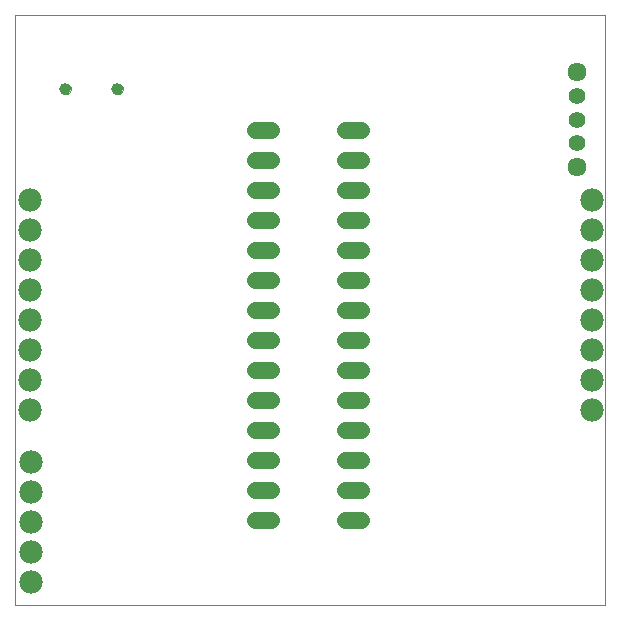
<source format=gbs>
G04 EAGLE Gerber X2 export*
%TF.Part,Single*%
%TF.FileFunction,Other,Solder Mask bottom*%
%TF.FilePolarity,Positive*%
%TF.GenerationSoftware,Autodesk,EAGLE,8.7.1*%
%TF.CreationDate,2018-04-15T23:08:27Z*%
G75*
%MOMM*%
%FSLAX34Y34*%
%LPD*%
%AMOC8*
5,1,8,0,0,1.08239X$1,22.5*%
G01*
%ADD10C,0.000000*%
%ADD11C,1.981200*%
%ADD12C,1.001600*%
%ADD13C,1.422400*%
%ADD14C,1.609600*%
%ADD15C,1.409600*%


D10*
X0Y0D02*
X500000Y0D01*
X500000Y500000D01*
X0Y500000D01*
X0Y0D01*
D11*
X12700Y342900D03*
X12700Y317500D03*
X12700Y292100D03*
X12700Y266700D03*
X12700Y241300D03*
X12700Y215900D03*
X12700Y190500D03*
X12700Y165100D03*
X488950Y165100D03*
X488950Y190500D03*
X488950Y215900D03*
X488950Y241300D03*
X488950Y266700D03*
X488950Y292100D03*
X488950Y317500D03*
X488950Y342900D03*
D10*
X82400Y437090D02*
X82402Y437224D01*
X82408Y437358D01*
X82418Y437491D01*
X82432Y437625D01*
X82450Y437758D01*
X82472Y437890D01*
X82497Y438021D01*
X82527Y438152D01*
X82561Y438282D01*
X82598Y438410D01*
X82639Y438538D01*
X82684Y438664D01*
X82733Y438789D01*
X82785Y438912D01*
X82841Y439034D01*
X82901Y439154D01*
X82964Y439272D01*
X83031Y439388D01*
X83101Y439502D01*
X83175Y439614D01*
X83252Y439724D01*
X83332Y439832D01*
X83415Y439937D01*
X83501Y440039D01*
X83590Y440139D01*
X83683Y440236D01*
X83778Y440331D01*
X83876Y440422D01*
X83976Y440511D01*
X84079Y440596D01*
X84185Y440679D01*
X84293Y440758D01*
X84403Y440834D01*
X84516Y440907D01*
X84631Y440976D01*
X84747Y441042D01*
X84866Y441104D01*
X84986Y441163D01*
X85109Y441218D01*
X85232Y441270D01*
X85357Y441317D01*
X85484Y441361D01*
X85612Y441402D01*
X85741Y441438D01*
X85871Y441471D01*
X86002Y441499D01*
X86133Y441524D01*
X86266Y441545D01*
X86399Y441562D01*
X86532Y441575D01*
X86666Y441584D01*
X86800Y441589D01*
X86934Y441590D01*
X87067Y441587D01*
X87201Y441580D01*
X87335Y441569D01*
X87468Y441554D01*
X87601Y441535D01*
X87733Y441512D01*
X87864Y441486D01*
X87994Y441455D01*
X88124Y441420D01*
X88252Y441382D01*
X88379Y441340D01*
X88505Y441294D01*
X88630Y441244D01*
X88753Y441191D01*
X88874Y441134D01*
X88994Y441073D01*
X89111Y441009D01*
X89227Y440942D01*
X89341Y440871D01*
X89452Y440796D01*
X89561Y440719D01*
X89668Y440638D01*
X89773Y440554D01*
X89874Y440467D01*
X89974Y440377D01*
X90070Y440284D01*
X90164Y440188D01*
X90255Y440089D01*
X90342Y439988D01*
X90427Y439884D01*
X90509Y439778D01*
X90587Y439670D01*
X90662Y439559D01*
X90734Y439446D01*
X90803Y439330D01*
X90868Y439213D01*
X90929Y439094D01*
X90987Y438973D01*
X91041Y438851D01*
X91092Y438727D01*
X91139Y438601D01*
X91182Y438474D01*
X91221Y438346D01*
X91257Y438217D01*
X91288Y438087D01*
X91316Y437956D01*
X91340Y437824D01*
X91360Y437691D01*
X91376Y437558D01*
X91388Y437425D01*
X91396Y437291D01*
X91400Y437157D01*
X91400Y437023D01*
X91396Y436889D01*
X91388Y436755D01*
X91376Y436622D01*
X91360Y436489D01*
X91340Y436356D01*
X91316Y436224D01*
X91288Y436093D01*
X91257Y435963D01*
X91221Y435834D01*
X91182Y435706D01*
X91139Y435579D01*
X91092Y435453D01*
X91041Y435329D01*
X90987Y435207D01*
X90929Y435086D01*
X90868Y434967D01*
X90803Y434850D01*
X90734Y434734D01*
X90662Y434621D01*
X90587Y434510D01*
X90509Y434402D01*
X90427Y434296D01*
X90342Y434192D01*
X90255Y434091D01*
X90164Y433992D01*
X90070Y433896D01*
X89974Y433803D01*
X89874Y433713D01*
X89773Y433626D01*
X89668Y433542D01*
X89561Y433461D01*
X89452Y433384D01*
X89341Y433309D01*
X89227Y433238D01*
X89111Y433171D01*
X88994Y433107D01*
X88874Y433046D01*
X88753Y432989D01*
X88630Y432936D01*
X88505Y432886D01*
X88379Y432840D01*
X88252Y432798D01*
X88124Y432760D01*
X87994Y432725D01*
X87864Y432694D01*
X87733Y432668D01*
X87601Y432645D01*
X87468Y432626D01*
X87335Y432611D01*
X87201Y432600D01*
X87067Y432593D01*
X86934Y432590D01*
X86800Y432591D01*
X86666Y432596D01*
X86532Y432605D01*
X86399Y432618D01*
X86266Y432635D01*
X86133Y432656D01*
X86002Y432681D01*
X85871Y432709D01*
X85741Y432742D01*
X85612Y432778D01*
X85484Y432819D01*
X85357Y432863D01*
X85232Y432910D01*
X85109Y432962D01*
X84986Y433017D01*
X84866Y433076D01*
X84747Y433138D01*
X84631Y433204D01*
X84516Y433273D01*
X84403Y433346D01*
X84293Y433422D01*
X84185Y433501D01*
X84079Y433584D01*
X83976Y433669D01*
X83876Y433758D01*
X83778Y433849D01*
X83683Y433944D01*
X83590Y434041D01*
X83501Y434141D01*
X83415Y434243D01*
X83332Y434348D01*
X83252Y434456D01*
X83175Y434566D01*
X83101Y434678D01*
X83031Y434792D01*
X82964Y434908D01*
X82901Y435026D01*
X82841Y435146D01*
X82785Y435268D01*
X82733Y435391D01*
X82684Y435516D01*
X82639Y435642D01*
X82598Y435770D01*
X82561Y435898D01*
X82527Y436028D01*
X82497Y436159D01*
X82472Y436290D01*
X82450Y436422D01*
X82432Y436555D01*
X82418Y436689D01*
X82408Y436822D01*
X82402Y436956D01*
X82400Y437090D01*
D12*
X86900Y437090D03*
D10*
X38400Y437090D02*
X38402Y437224D01*
X38408Y437358D01*
X38418Y437491D01*
X38432Y437625D01*
X38450Y437758D01*
X38472Y437890D01*
X38497Y438021D01*
X38527Y438152D01*
X38561Y438282D01*
X38598Y438410D01*
X38639Y438538D01*
X38684Y438664D01*
X38733Y438789D01*
X38785Y438912D01*
X38841Y439034D01*
X38901Y439154D01*
X38964Y439272D01*
X39031Y439388D01*
X39101Y439502D01*
X39175Y439614D01*
X39252Y439724D01*
X39332Y439832D01*
X39415Y439937D01*
X39501Y440039D01*
X39590Y440139D01*
X39683Y440236D01*
X39778Y440331D01*
X39876Y440422D01*
X39976Y440511D01*
X40079Y440596D01*
X40185Y440679D01*
X40293Y440758D01*
X40403Y440834D01*
X40516Y440907D01*
X40631Y440976D01*
X40747Y441042D01*
X40866Y441104D01*
X40986Y441163D01*
X41109Y441218D01*
X41232Y441270D01*
X41357Y441317D01*
X41484Y441361D01*
X41612Y441402D01*
X41741Y441438D01*
X41871Y441471D01*
X42002Y441499D01*
X42133Y441524D01*
X42266Y441545D01*
X42399Y441562D01*
X42532Y441575D01*
X42666Y441584D01*
X42800Y441589D01*
X42934Y441590D01*
X43067Y441587D01*
X43201Y441580D01*
X43335Y441569D01*
X43468Y441554D01*
X43601Y441535D01*
X43733Y441512D01*
X43864Y441486D01*
X43994Y441455D01*
X44124Y441420D01*
X44252Y441382D01*
X44379Y441340D01*
X44505Y441294D01*
X44630Y441244D01*
X44753Y441191D01*
X44874Y441134D01*
X44994Y441073D01*
X45111Y441009D01*
X45227Y440942D01*
X45341Y440871D01*
X45452Y440796D01*
X45561Y440719D01*
X45668Y440638D01*
X45773Y440554D01*
X45874Y440467D01*
X45974Y440377D01*
X46070Y440284D01*
X46164Y440188D01*
X46255Y440089D01*
X46342Y439988D01*
X46427Y439884D01*
X46509Y439778D01*
X46587Y439670D01*
X46662Y439559D01*
X46734Y439446D01*
X46803Y439330D01*
X46868Y439213D01*
X46929Y439094D01*
X46987Y438973D01*
X47041Y438851D01*
X47092Y438727D01*
X47139Y438601D01*
X47182Y438474D01*
X47221Y438346D01*
X47257Y438217D01*
X47288Y438087D01*
X47316Y437956D01*
X47340Y437824D01*
X47360Y437691D01*
X47376Y437558D01*
X47388Y437425D01*
X47396Y437291D01*
X47400Y437157D01*
X47400Y437023D01*
X47396Y436889D01*
X47388Y436755D01*
X47376Y436622D01*
X47360Y436489D01*
X47340Y436356D01*
X47316Y436224D01*
X47288Y436093D01*
X47257Y435963D01*
X47221Y435834D01*
X47182Y435706D01*
X47139Y435579D01*
X47092Y435453D01*
X47041Y435329D01*
X46987Y435207D01*
X46929Y435086D01*
X46868Y434967D01*
X46803Y434850D01*
X46734Y434734D01*
X46662Y434621D01*
X46587Y434510D01*
X46509Y434402D01*
X46427Y434296D01*
X46342Y434192D01*
X46255Y434091D01*
X46164Y433992D01*
X46070Y433896D01*
X45974Y433803D01*
X45874Y433713D01*
X45773Y433626D01*
X45668Y433542D01*
X45561Y433461D01*
X45452Y433384D01*
X45341Y433309D01*
X45227Y433238D01*
X45111Y433171D01*
X44994Y433107D01*
X44874Y433046D01*
X44753Y432989D01*
X44630Y432936D01*
X44505Y432886D01*
X44379Y432840D01*
X44252Y432798D01*
X44124Y432760D01*
X43994Y432725D01*
X43864Y432694D01*
X43733Y432668D01*
X43601Y432645D01*
X43468Y432626D01*
X43335Y432611D01*
X43201Y432600D01*
X43067Y432593D01*
X42934Y432590D01*
X42800Y432591D01*
X42666Y432596D01*
X42532Y432605D01*
X42399Y432618D01*
X42266Y432635D01*
X42133Y432656D01*
X42002Y432681D01*
X41871Y432709D01*
X41741Y432742D01*
X41612Y432778D01*
X41484Y432819D01*
X41357Y432863D01*
X41232Y432910D01*
X41109Y432962D01*
X40986Y433017D01*
X40866Y433076D01*
X40747Y433138D01*
X40631Y433204D01*
X40516Y433273D01*
X40403Y433346D01*
X40293Y433422D01*
X40185Y433501D01*
X40079Y433584D01*
X39976Y433669D01*
X39876Y433758D01*
X39778Y433849D01*
X39683Y433944D01*
X39590Y434041D01*
X39501Y434141D01*
X39415Y434243D01*
X39332Y434348D01*
X39252Y434456D01*
X39175Y434566D01*
X39101Y434678D01*
X39031Y434792D01*
X38964Y434908D01*
X38901Y435026D01*
X38841Y435146D01*
X38785Y435268D01*
X38733Y435391D01*
X38684Y435516D01*
X38639Y435642D01*
X38598Y435770D01*
X38561Y435898D01*
X38527Y436028D01*
X38497Y436159D01*
X38472Y436290D01*
X38450Y436422D01*
X38432Y436555D01*
X38418Y436689D01*
X38408Y436822D01*
X38402Y436956D01*
X38400Y437090D01*
D12*
X42900Y437090D03*
D13*
X203396Y402600D02*
X216604Y402600D01*
X216604Y377200D02*
X203396Y377200D01*
X203396Y351800D02*
X216604Y351800D01*
X216604Y326400D02*
X203396Y326400D01*
X203396Y301000D02*
X216604Y301000D01*
X216604Y275600D02*
X203396Y275600D01*
X203396Y250200D02*
X216604Y250200D01*
X216604Y224800D02*
X203396Y224800D01*
X203396Y199400D02*
X216604Y199400D01*
X216604Y174000D02*
X203396Y174000D01*
X203396Y148600D02*
X216604Y148600D01*
X216604Y123200D02*
X203396Y123200D01*
X203396Y97800D02*
X216604Y97800D01*
X216604Y72400D02*
X203396Y72400D01*
X279596Y72400D02*
X292804Y72400D01*
X292804Y97800D02*
X279596Y97800D01*
X279596Y123200D02*
X292804Y123200D01*
X292804Y148600D02*
X279596Y148600D01*
X279596Y174000D02*
X292804Y174000D01*
X292804Y199400D02*
X279596Y199400D01*
X279596Y224800D02*
X292804Y224800D01*
X292804Y250200D02*
X279596Y250200D01*
X279596Y275600D02*
X292804Y275600D01*
X292804Y301000D02*
X279596Y301000D01*
X279596Y326400D02*
X292804Y326400D01*
X292804Y351800D02*
X279596Y351800D01*
X279596Y377200D02*
X292804Y377200D01*
X292804Y402600D02*
X279596Y402600D01*
D11*
X13320Y121370D03*
X13320Y95970D03*
X13320Y70570D03*
X13320Y45170D03*
X13320Y19770D03*
D14*
X476410Y451160D03*
X476410Y371160D03*
D15*
X476410Y431160D03*
X476410Y411160D03*
X476410Y391160D03*
M02*

</source>
